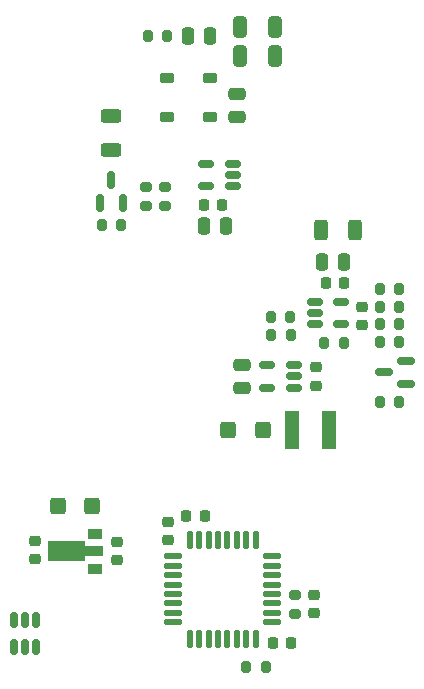
<source format=gbr>
%TF.GenerationSoftware,KiCad,Pcbnew,7.0.1*%
%TF.CreationDate,2024-04-13T10:55:35+02:00*%
%TF.ProjectId,Zuendung,5a75656e-6475-46e6-972e-6b696361645f,rev?*%
%TF.SameCoordinates,Original*%
%TF.FileFunction,Paste,Top*%
%TF.FilePolarity,Positive*%
%FSLAX46Y46*%
G04 Gerber Fmt 4.6, Leading zero omitted, Abs format (unit mm)*
G04 Created by KiCad (PCBNEW 7.0.1) date 2024-04-13 10:55:35*
%MOMM*%
%LPD*%
G01*
G04 APERTURE LIST*
G04 Aperture macros list*
%AMRoundRect*
0 Rectangle with rounded corners*
0 $1 Rounding radius*
0 $2 $3 $4 $5 $6 $7 $8 $9 X,Y pos of 4 corners*
0 Add a 4 corners polygon primitive as box body*
4,1,4,$2,$3,$4,$5,$6,$7,$8,$9,$2,$3,0*
0 Add four circle primitives for the rounded corners*
1,1,$1+$1,$2,$3*
1,1,$1+$1,$4,$5*
1,1,$1+$1,$6,$7*
1,1,$1+$1,$8,$9*
0 Add four rect primitives between the rounded corners*
20,1,$1+$1,$2,$3,$4,$5,0*
20,1,$1+$1,$4,$5,$6,$7,0*
20,1,$1+$1,$6,$7,$8,$9,0*
20,1,$1+$1,$8,$9,$2,$3,0*%
%AMFreePoly0*
4,1,9,3.862500,-0.866500,0.737500,-0.866500,0.737500,-0.450000,-0.737500,-0.450000,-0.737500,0.450000,0.737500,0.450000,0.737500,0.866500,3.862500,0.866500,3.862500,-0.866500,3.862500,-0.866500,$1*%
G04 Aperture macros list end*
%ADD10RoundRect,0.150000X-0.512500X-0.150000X0.512500X-0.150000X0.512500X0.150000X-0.512500X0.150000X0*%
%ADD11RoundRect,0.225000X-0.250000X0.225000X-0.250000X-0.225000X0.250000X-0.225000X0.250000X0.225000X0*%
%ADD12RoundRect,0.150000X0.512500X0.150000X-0.512500X0.150000X-0.512500X-0.150000X0.512500X-0.150000X0*%
%ADD13RoundRect,0.225000X0.250000X-0.225000X0.250000X0.225000X-0.250000X0.225000X-0.250000X-0.225000X0*%
%ADD14RoundRect,0.200000X0.200000X0.275000X-0.200000X0.275000X-0.200000X-0.275000X0.200000X-0.275000X0*%
%ADD15RoundRect,0.250000X-0.475000X0.250000X-0.475000X-0.250000X0.475000X-0.250000X0.475000X0.250000X0*%
%ADD16RoundRect,0.225000X-0.375000X0.225000X-0.375000X-0.225000X0.375000X-0.225000X0.375000X0.225000X0*%
%ADD17R,1.300000X0.900000*%
%ADD18FreePoly0,180.000000*%
%ADD19RoundRect,0.150000X-0.150000X0.512500X-0.150000X-0.512500X0.150000X-0.512500X0.150000X0.512500X0*%
%ADD20RoundRect,0.225000X-0.225000X-0.250000X0.225000X-0.250000X0.225000X0.250000X-0.225000X0.250000X0*%
%ADD21RoundRect,0.250000X0.325000X0.650000X-0.325000X0.650000X-0.325000X-0.650000X0.325000X-0.650000X0*%
%ADD22RoundRect,0.250000X0.250000X0.475000X-0.250000X0.475000X-0.250000X-0.475000X0.250000X-0.475000X0*%
%ADD23RoundRect,0.250000X0.400000X0.450000X-0.400000X0.450000X-0.400000X-0.450000X0.400000X-0.450000X0*%
%ADD24RoundRect,0.200000X-0.200000X-0.275000X0.200000X-0.275000X0.200000X0.275000X-0.200000X0.275000X0*%
%ADD25RoundRect,0.200000X0.275000X-0.200000X0.275000X0.200000X-0.275000X0.200000X-0.275000X-0.200000X0*%
%ADD26RoundRect,0.250000X-0.250000X-0.475000X0.250000X-0.475000X0.250000X0.475000X-0.250000X0.475000X0*%
%ADD27RoundRect,0.225000X0.225000X0.250000X-0.225000X0.250000X-0.225000X-0.250000X0.225000X-0.250000X0*%
%ADD28RoundRect,0.200000X-0.275000X0.200000X-0.275000X-0.200000X0.275000X-0.200000X0.275000X0.200000X0*%
%ADD29RoundRect,0.250000X-0.400000X-0.450000X0.400000X-0.450000X0.400000X0.450000X-0.400000X0.450000X0*%
%ADD30RoundRect,0.125000X0.625000X0.125000X-0.625000X0.125000X-0.625000X-0.125000X0.625000X-0.125000X0*%
%ADD31RoundRect,0.125000X0.125000X0.625000X-0.125000X0.625000X-0.125000X-0.625000X0.125000X-0.625000X0*%
%ADD32R,1.200000X3.300000*%
%ADD33RoundRect,0.150000X0.150000X-0.587500X0.150000X0.587500X-0.150000X0.587500X-0.150000X-0.587500X0*%
%ADD34RoundRect,0.150000X0.587500X0.150000X-0.587500X0.150000X-0.587500X-0.150000X0.587500X-0.150000X0*%
%ADD35RoundRect,0.250000X0.625000X-0.312500X0.625000X0.312500X-0.625000X0.312500X-0.625000X-0.312500X0*%
%ADD36RoundRect,0.250000X0.312500X0.625000X-0.312500X0.625000X-0.312500X-0.625000X0.312500X-0.625000X0*%
G04 APERTURE END LIST*
D10*
%TO.C,U5*%
X132500000Y-101800000D03*
X132500000Y-102750000D03*
X132500000Y-103700000D03*
X134775000Y-103700000D03*
X134775000Y-101800000D03*
%TD*%
D11*
%TO.C,C11*%
X120125000Y-120425000D03*
X120125000Y-121975000D03*
%TD*%
D12*
%TO.C,U1*%
X130787500Y-109050000D03*
X130787500Y-108100000D03*
X130787500Y-107150000D03*
X128512500Y-107150000D03*
X128512500Y-109050000D03*
%TD*%
D13*
%TO.C,C2*%
X132650000Y-108875000D03*
X132650000Y-107325000D03*
%TD*%
D14*
%TO.C,R11*%
X128350000Y-132700000D03*
X126700000Y-132700000D03*
%TD*%
D15*
%TO.C,C3*%
X125900000Y-84200000D03*
X125900000Y-86100000D03*
%TD*%
D16*
%TO.C,D2*%
X123675000Y-82850000D03*
X123675000Y-86150000D03*
%TD*%
D17*
%TO.C,U2*%
X113950000Y-124400000D03*
D18*
X113862500Y-122900000D03*
D17*
X113950000Y-121400000D03*
%TD*%
D19*
%TO.C,U3*%
X108925000Y-128725000D03*
X107975000Y-128725000D03*
X107025000Y-128725000D03*
X107025000Y-131000000D03*
X107975000Y-131000000D03*
X108925000Y-131000000D03*
%TD*%
D20*
%TO.C,C12*%
X121650000Y-119900000D03*
X123200000Y-119900000D03*
%TD*%
D21*
%TO.C,C16*%
X129175000Y-78500000D03*
X126225000Y-78500000D03*
%TD*%
D22*
%TO.C,C19*%
X135000000Y-98400000D03*
X133100000Y-98400000D03*
%TD*%
D23*
%TO.C,D1*%
X128100000Y-112600000D03*
X125200000Y-112600000D03*
%TD*%
D24*
%TO.C,R15*%
X138025000Y-105200000D03*
X139675000Y-105200000D03*
%TD*%
D20*
%TO.C,C5*%
X123100000Y-93600000D03*
X124650000Y-93600000D03*
%TD*%
D25*
%TO.C,R4*%
X118200000Y-93700000D03*
X118200000Y-92050000D03*
%TD*%
D14*
%TO.C,R12*%
X139675000Y-102200000D03*
X138025000Y-102200000D03*
%TD*%
%TO.C,R16*%
X130450000Y-103050000D03*
X128800000Y-103050000D03*
%TD*%
D24*
%TO.C,R1*%
X128825000Y-104600000D03*
X130475000Y-104600000D03*
%TD*%
D26*
%TO.C,C6*%
X123100000Y-95400000D03*
X125000000Y-95400000D03*
%TD*%
D14*
%TO.C,R13*%
X139675000Y-103700000D03*
X138025000Y-103700000D03*
%TD*%
D27*
%TO.C,C20*%
X135000000Y-100200000D03*
X133450000Y-100200000D03*
%TD*%
D16*
%TO.C,D3*%
X120000000Y-82850000D03*
X120000000Y-86150000D03*
%TD*%
D28*
%TO.C,R3*%
X119800000Y-92050000D03*
X119800000Y-93700000D03*
%TD*%
D24*
%TO.C,R7*%
X138025000Y-100700000D03*
X139675000Y-100700000D03*
%TD*%
D29*
%TO.C,D4*%
X110750000Y-119100000D03*
X113650000Y-119100000D03*
%TD*%
D25*
%TO.C,R10*%
X130825000Y-128225000D03*
X130825000Y-126575000D03*
%TD*%
D20*
%TO.C,C10*%
X128950000Y-130700000D03*
X130500000Y-130700000D03*
%TD*%
D30*
%TO.C,U4*%
X128900000Y-128925000D03*
X128900000Y-128125000D03*
X128900000Y-127325000D03*
X128900000Y-126525000D03*
X128900000Y-125725000D03*
X128900000Y-124925000D03*
X128900000Y-124125000D03*
X128900000Y-123325000D03*
D31*
X127525000Y-121950000D03*
X126725000Y-121950000D03*
X125925000Y-121950000D03*
X125125000Y-121950000D03*
X124325000Y-121950000D03*
X123525000Y-121950000D03*
X122725000Y-121950000D03*
X121925000Y-121950000D03*
D30*
X120550000Y-123325000D03*
X120550000Y-124125000D03*
X120550000Y-124925000D03*
X120550000Y-125725000D03*
X120550000Y-126525000D03*
X120550000Y-127325000D03*
X120550000Y-128125000D03*
X120550000Y-128925000D03*
D31*
X121925000Y-130300000D03*
X122725000Y-130300000D03*
X123525000Y-130300000D03*
X124325000Y-130300000D03*
X125125000Y-130300000D03*
X125925000Y-130300000D03*
X126725000Y-130300000D03*
X127525000Y-130300000D03*
%TD*%
D24*
%TO.C,R9*%
X133325000Y-105250000D03*
X134975000Y-105250000D03*
%TD*%
D12*
%TO.C,U6*%
X125575000Y-92000000D03*
X125575000Y-91050000D03*
X125575000Y-90100000D03*
X123300000Y-90100000D03*
X123300000Y-92000000D03*
%TD*%
D24*
%TO.C,R14*%
X138025000Y-110250000D03*
X139675000Y-110250000D03*
%TD*%
D11*
%TO.C,C18*%
X108800000Y-122025000D03*
X108800000Y-123575000D03*
%TD*%
D32*
%TO.C,L1*%
X130600000Y-112600000D03*
X133700000Y-112600000D03*
%TD*%
D22*
%TO.C,C4*%
X123650000Y-79300000D03*
X121750000Y-79300000D03*
%TD*%
D21*
%TO.C,C15*%
X129175000Y-81000000D03*
X126225000Y-81000000D03*
%TD*%
D14*
%TO.C,R18*%
X116150000Y-95300000D03*
X114500000Y-95300000D03*
%TD*%
D24*
%TO.C,R2*%
X118375000Y-79300000D03*
X120025000Y-79300000D03*
%TD*%
D13*
%TO.C,C9*%
X132425000Y-128150000D03*
X132425000Y-126600000D03*
%TD*%
D11*
%TO.C,C17*%
X115800000Y-122125000D03*
X115800000Y-123675000D03*
%TD*%
D33*
%TO.C,Q2*%
X114350000Y-93375000D03*
X116250000Y-93375000D03*
X115300000Y-91500000D03*
%TD*%
D11*
%TO.C,C13*%
X136525000Y-102225000D03*
X136525000Y-103775000D03*
%TD*%
D34*
%TO.C,Q1*%
X140225000Y-108700000D03*
X140225000Y-106800000D03*
X138350000Y-107750000D03*
%TD*%
D35*
%TO.C,R8*%
X115300000Y-88962500D03*
X115300000Y-86037500D03*
%TD*%
D15*
%TO.C,C1*%
X126350000Y-107150000D03*
X126350000Y-109050000D03*
%TD*%
D36*
%TO.C,R5*%
X135962500Y-95700000D03*
X133037500Y-95700000D03*
%TD*%
M02*

</source>
